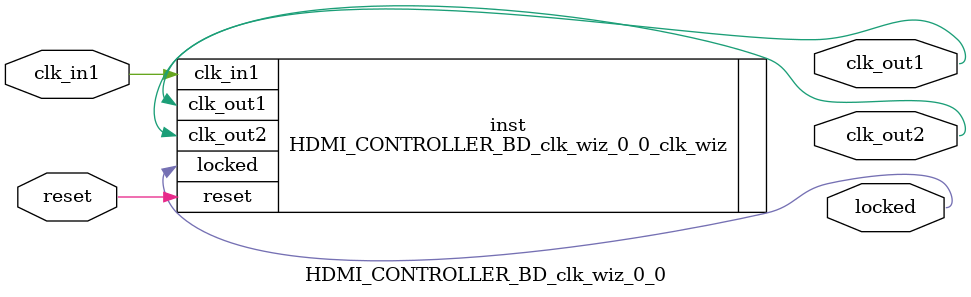
<source format=v>


`timescale 1ps/1ps

(* CORE_GENERATION_INFO = "HDMI_CONTROLLER_BD_clk_wiz_0_0,clk_wiz_v6_0_2_0_0,{component_name=HDMI_CONTROLLER_BD_clk_wiz_0_0,use_phase_alignment=true,use_min_o_jitter=false,use_max_i_jitter=false,use_dyn_phase_shift=false,use_inclk_switchover=false,use_dyn_reconfig=false,enable_axi=0,feedback_source=FDBK_AUTO,PRIMITIVE=MMCM,num_out_clk=2,clkin1_period=10.000,clkin2_period=10.000,use_power_down=false,use_reset=true,use_locked=true,use_inclk_stopped=false,feedback_type=SINGLE,CLOCK_MGR_TYPE=NA,manual_override=false}" *)

module HDMI_CONTROLLER_BD_clk_wiz_0_0 
 (
  // Clock out ports
  output        clk_out1,
  output        clk_out2,
  // Status and control signals
  input         reset,
  output        locked,
 // Clock in ports
  input         clk_in1
 );

  HDMI_CONTROLLER_BD_clk_wiz_0_0_clk_wiz inst
  (
  // Clock out ports  
  .clk_out1(clk_out1),
  .clk_out2(clk_out2),
  // Status and control signals               
  .reset(reset), 
  .locked(locked),
 // Clock in ports
  .clk_in1(clk_in1)
  );

endmodule

</source>
